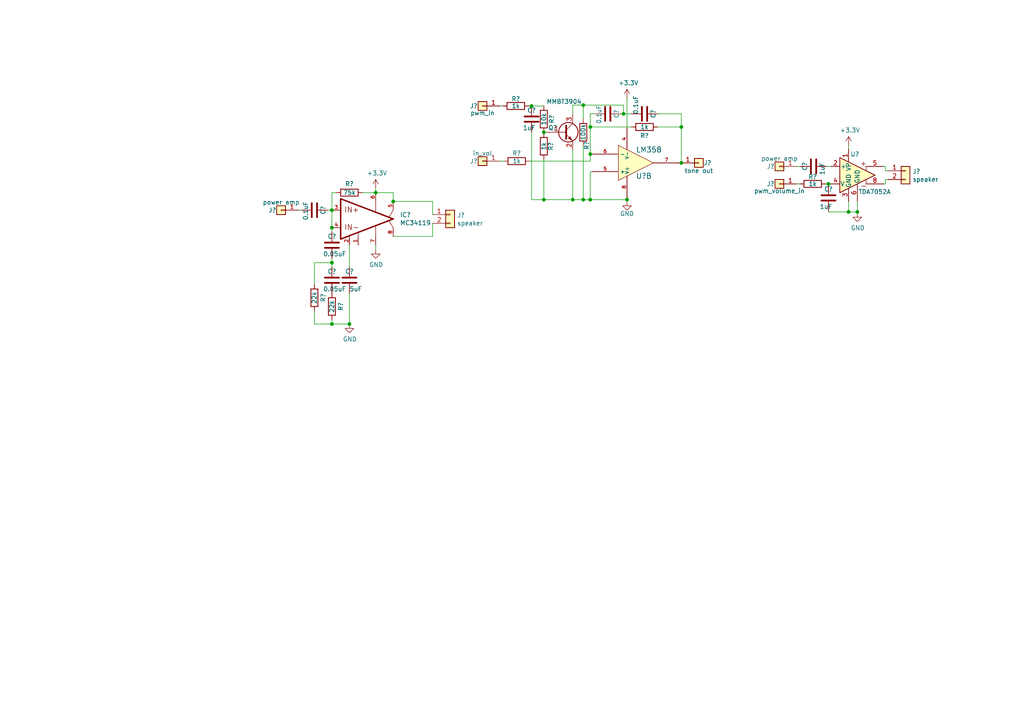
<source format=kicad_sch>
(kicad_sch (version 20211123) (generator eeschema)
  (paper "A4")
  (lib_symbols
    (symbol "Amplifier_Audio:TDA7052A" (pin_names (offset 0.127))
      (property "Reference" "U" (at 5.08 7.62 0))
      (property "Value" "TDA7052A" (at 5.08 5.08 0))
      (symbol "TDA7052A_0_1"
        (polyline (pts (xy 1.27 -3.175) (xy 2.54 -3.175)))
        (polyline (pts (xy 2.54 -1.27) (xy 2.54 -2.54)))
        (polyline (pts (xy 2.54 2.54) (xy 2.54 1.27)))
        (polyline (pts (xy 5.08 0) (xy -5.08 5.08) (xy -5.08 -5.08) (xy 5.08 0)) (stroke (width 0.254)) (fill (type background)))
      )
      (symbol "TDA7052A_1_1"
        (polyline (pts (xy 1.778 3.81) (xy 1.778 2.794)))
        (polyline (pts (xy 2.286 3.302) (xy 1.27 3.302)))
        (pin power_in line (at -2.54 7.62 270) (length 3.81) (name "VP") (number "1"))
        (pin input line (at -7.62 2.54 0) (length 2.54) (name "+") (number "2"))
        (pin power_in line (at -2.54 -7.62 90) (length 3.81) (name "GND") (number "3"))
        (pin input line (at -7.62 -2.54 0) (length 2.54) (name "V") (number "4"))
        (pin output line (at 7.62 2.54 180) (length 5.08) (name "~") (number "5"))
        (pin power_in line (at 0 -7.62 90) (length 5.08) (name "GND") (number "6"))
        (pin no_connect line (at 0 2.54 270) (length 2.54) hide (name "NC") (number "7"))
        (pin output line (at 7.62 -2.54 180) (length 5.08) (name "~") (number "8"))
      )
    )
    (symbol "Connector_Generic:Conn_01x01" (pin_names (offset 1.016) hide)
      (property "Reference" "J" (at 0 2.54 0))
      (property "Value" "Conn_01x01" (at 0 -2.54 0))
      (symbol "Conn_01x01_1_1"
        (rectangle (start -1.27 0.127) (end 0 -0.127) (stroke (width 0.1524)))
        (rectangle (start -1.27 1.27) (end 1.27 -1.27) (stroke (width 0.254)) (fill (type background)))
        (pin passive line (at -5.08 0 0) (length 3.81) (name "Pin_1") (number "1"))
      )
    )
    (symbol "Connector_Generic:Conn_01x02" (pin_names (offset 1.016) hide)
      (property "Reference" "J" (at 0 2.54 0))
      (property "Value" "Conn_01x02" (at 0 -5.08 0))
      (symbol "Conn_01x02_1_1"
        (rectangle (start -1.27 -2.413) (end 0 -2.667) (stroke (width 0.1524)))
        (rectangle (start -1.27 0.127) (end 0 -0.127) (stroke (width 0.1524)))
        (rectangle (start -1.27 1.27) (end 1.27 -3.81) (stroke (width 0.254)) (fill (type background)))
        (pin passive line (at -5.08 0 0) (length 3.81) (name "Pin_1") (number "1"))
        (pin passive line (at -5.08 -2.54 0) (length 3.81) (name "Pin_2") (number "2"))
      )
    )
    (symbol "Device:C" (pin_numbers hide) (pin_names (offset 0.254))
      (property "Reference" "C" (at 0.635 2.54 0))
      (property "Value" "C" (at 0.635 -2.54 0))
      (symbol "C_0_1"
        (polyline (pts (xy -2.032 -0.762) (xy 2.032 -0.762)) (stroke (width 0.508)))
        (polyline (pts (xy -2.032 0.762) (xy 2.032 0.762)) (stroke (width 0.508)))
      )
      (symbol "C_1_1"
        (pin passive line (at 0 3.81 270) (length 2.794) (name "~") (number "1"))
        (pin passive line (at 0 -3.81 90) (length 2.794) (name "~") (number "2"))
      )
    )
    (symbol "Device:R" (pin_numbers hide) (pin_names (offset 0))
      (property "Reference" "R" (at 2.032 0 90))
      (property "Value" "R" (at 0 0 90))
      (symbol "R_0_1"
        (rectangle (start -1.016 -2.54) (end 1.016 2.54) (stroke (width 0.254)))
      )
      (symbol "R_1_1"
        (pin passive line (at 0 3.81 270) (length 1.27) (name "~") (number "1"))
        (pin passive line (at 0 -3.81 90) (length 1.27) (name "~") (number "2"))
      )
    )
    (symbol "Transistor_BJT:MMBT3904" (pin_names (offset 0) hide)
      (property "Reference" "Q" (at 5.08 1.905 0))
      (property "Value" "MMBT3904" (at 5.08 0 0))
      (symbol "MMBT3904_0_1"
        (polyline (pts (xy 0.635 0.635) (xy 2.54 2.54)))
        (polyline (pts (xy 0.635 -0.635) (xy 2.54 -2.54) (xy 2.54 -2.54)))
        (polyline (pts (xy 0.635 1.905) (xy 0.635 -1.905) (xy 0.635 -1.905)) (stroke (width 0.508)))
        (polyline (pts (xy 1.27 -1.778) (xy 1.778 -1.27) (xy 2.286 -2.286) (xy 1.27 -1.778) (xy 1.27 -1.778)) (fill (type outline)))
        (circle (center 1.27 0) (radius 2.8194) (stroke (width 0.254)))
      )
      (symbol "MMBT3904_1_1"
        (pin input line (at -5.08 0 0) (length 5.715) (name "B") (number "1"))
        (pin passive line (at 2.54 -5.08 90) (length 2.54) (name "E") (number "2"))
        (pin passive line (at 2.54 5.08 270) (length 2.54) (name "C") (number "3"))
      )
    )
    (symbol "power:+3.3V" (power) (pin_names (offset 0))
      (property "Value" "+3.3V" (at 0 3.556 0))
      (symbol "+3.3V_0_1"
        (polyline (pts (xy -0.762 1.27) (xy 0 2.54)))
        (polyline (pts (xy 0 0) (xy 0 2.54)))
        (polyline (pts (xy 0 2.54) (xy 0.762 1.27)))
      )
      (symbol "+3.3V_1_1"
        (pin power_in line (at 0 0 90) (length 0) hide (name "+3.3V") (number "1"))
      )
    )
    (symbol "power:GND" (power) (pin_names (offset 0))
      (property "Value" "GND" (at 0 -3.81 0))
      (symbol "GND_0_1"
        (polyline (pts (xy 0 0) (xy 0 -1.27) (xy 1.27 -1.27) (xy 0 -2.54) (xy -1.27 -1.27) (xy 0 -1.27)))
      )
      (symbol "GND_1_1"
        (pin power_in line (at 0 0 270) (length 0) hide (name "GND") (number "1"))
      )
    )
    (symbol "tda:LM358"
      (property "Reference" "U" (at -1.27 5.08 0))
      (property "Value" "LM358" (at -1.27 -6.35 0))
      (symbol "LM358_0_1"
        (polyline (pts (xy -5.08 5.08) (xy 5.08 0) (xy -5.08 -5.08) (xy -5.08 5.08)) (stroke (width 0.1524)) (fill (type background)))
        (pin power_in line (at -2.54 -10.16 90) (length 6.35) (name "V-") (number "4"))
        (pin power_in line (at -2.54 10.16 270) (length 6.35) (name "V+") (number "8"))
      )
      (symbol "LM358_1_1"
        (pin output line (at 12.7 0 180) (length 7.62) (name "~") (number "1"))
        (pin input line (at -12.7 -2.54 0) (length 7.62) (name "-") (number "2"))
        (pin input line (at -12.7 2.54 0) (length 7.62) (name "+") (number "3"))
      )
      (symbol "LM358_2_1"
        (pin input line (at -12.7 2.54 0) (length 7.62) (name "+") (number "5"))
        (pin input line (at -12.7 -2.54 0) (length 7.62) (name "-") (number "6"))
        (pin output line (at 12.7 0 180) (length 7.62) (name "~") (number "7"))
      )
    )
    (symbol "tda:MC34119" (pin_names (offset 1.016) hide)
      (property "Reference" "U" (at -3.302 -0.889 0))
      (property "Value" "MC34119" (at -7.62 7.62 0))
      (symbol "MC34119_0_0"
        (polyline (pts (xy -7.62 -5.842) (xy 7.62 0)) (stroke (width 0.4064)))
        (polyline (pts (xy -7.62 5.842) (xy -7.62 -5.842)) (stroke (width 0.4064)))
        (polyline (pts (xy -7.62 5.842) (xy 7.62 0)) (stroke (width 0.4064)))
        (polyline (pts (xy -2.54 -3.8862) (xy -2.54 -5.08)) (stroke (width 0.1524)))
        (polyline (pts (xy 2.54 -1.8542) (xy 2.54 -5.08)) (stroke (width 0.1524)))
        (polyline (pts (xy 2.54 5.08) (xy 2.54 1.778)) (stroke (width 0.1524)))
        (polyline (pts (xy 7.62 -2.54) (xy 6.35 -0.5588)) (stroke (width 0.1524)))
        (polyline (pts (xy 7.62 2.54) (xy 6.35 0.4572)) (stroke (width 0.1524)))
        (text "IN+" (at -6.604 1.778 0) (effects (font (size 1.524 1.524)) (justify left bottom)))
        (pin input line (at -2.54 -7.62 90) (length 2.54) (name "~") (number "1"))
        (pin passive line (at -5.08 -7.62 90) (length 2.54) (name "~") (number "2"))
        (pin input line (at -10.16 2.54 0) (length 2.54) (name "~") (number "3"))
        (pin input line (at -10.16 -2.54 0) (length 2.54) (name "~") (number "4"))
        (pin output line (at 7.62 5.08 270) (length 2.54) (name "~") (number "5"))
        (pin power_in line (at 2.54 7.62 270) (length 2.54) (name "~") (number "6"))
        (pin power_in line (at 2.54 -7.62 90) (length 2.54) (name "~") (number "7"))
        (pin output line (at 7.62 -5.08 90) (length 2.54) (name "~") (number "8"))
      )
      (symbol "MC34119_1_1"
        (text "IN-" (at -6.604 -3.302 0) (effects (font (size 1.524 1.524)) (justify left bottom)))
      )
    )
  )
  (junction (at 157.734 57.912))
  (junction (at 96.266 66.04))
  (junction (at 169.164 30.48))
  (junction (at 171.196 36.83))
  (junction (at 248.666 61.468))
  (junction (at 96.266 60.96))
  (junction (at 114.046 58.42))
  (junction (at 169.164 57.912))
  (junction (at 96.266 93.98))
  (junction (at 166.116 57.912))
  (junction (at 157.734 38.354))
  (junction (at 197.612 36.83))
  (junction (at 171.196 44.704))
  (junction (at 171.196 57.912))
  (junction (at 240.284 53.34))
  (junction (at 180.848 33.02))
  (junction (at 101.346 93.98))
  (junction (at 96.266 76.2))
  (junction (at 108.966 55.88))
  (junction (at 154.178 30.734))
  (junction (at 181.864 57.912))
  (junction (at 246.126 61.468))
  (junction (at 197.612 47.244))
  (wire (pts (xy 166.116 33.274) (xy 166.116 30.48)))
  (wire (pts (xy 256.794 52.07) (xy 257.556 52.07)))
  (wire (pts (xy 169.164 30.48) (xy 169.164 34.544)))
  (wire (pts (xy 171.196 46.736) (xy 171.196 44.704)))
  (wire (pts (xy 171.196 57.912) (xy 181.864 57.912)))
  (wire (pts (xy 96.266 92.71) (xy 96.266 93.98)))
  (wire (pts (xy 246.126 58.42) (xy 246.126 61.468)))
  (wire (pts (xy 96.266 60.96) (xy 96.266 66.04)))
  (wire (pts (xy 169.164 42.164) (xy 169.164 57.912)))
  (wire (pts (xy 96.266 67.31) (xy 96.266 66.04)))
  (wire (pts (xy 181.864 57.404) (xy 181.864 57.912)))
  (wire (pts (xy 256.794 48.26) (xy 256.794 49.53)))
  (wire (pts (xy 125.476 58.42) (xy 125.476 62.23)))
  (wire (pts (xy 101.346 77.47) (xy 101.346 71.12)))
  (wire (pts (xy 169.164 57.912) (xy 171.196 57.912)))
  (wire (pts (xy 256.286 48.26) (xy 256.794 48.26)))
  (wire (pts (xy 190.754 33.02) (xy 197.612 33.02)))
  (wire (pts (xy 256.286 53.34) (xy 256.794 53.34)))
  (wire (pts (xy 181.864 57.912) (xy 181.864 58.42)))
  (wire (pts (xy 239.776 48.26) (xy 241.046 48.26)))
  (wire (pts (xy 125.476 68.58) (xy 114.046 68.58)))
  (wire (pts (xy 96.266 77.47) (xy 96.266 76.2)))
  (wire (pts (xy 171.196 44.704) (xy 171.704 44.704)))
  (wire (pts (xy 256.794 53.34) (xy 256.794 52.07)))
  (wire (pts (xy 171.196 49.784) (xy 171.196 57.912)))
  (wire (pts (xy 171.196 33.02) (xy 172.466 33.02)))
  (wire (pts (xy 105.156 55.88) (xy 108.966 55.88)))
  (wire (pts (xy 171.704 49.784) (xy 171.196 49.784)))
  (wire (pts (xy 171.196 44.704) (xy 171.196 36.83)))
  (wire (pts (xy 190.754 36.83) (xy 197.612 36.83)))
  (wire (pts (xy 145.034 30.734) (xy 145.796 30.734)))
  (wire (pts (xy 169.164 30.48) (xy 180.848 30.48)))
  (wire (pts (xy 180.848 30.48) (xy 180.848 33.02)))
  (wire (pts (xy 153.67 46.736) (xy 171.196 46.736)))
  (wire (pts (xy 101.346 85.09) (xy 101.346 93.98)))
  (wire (pts (xy 108.966 71.12) (xy 108.966 72.39)))
  (wire (pts (xy 157.734 38.354) (xy 158.496 38.354)))
  (wire (pts (xy 157.734 57.912) (xy 166.116 57.912)))
  (wire (pts (xy 246.126 42.164) (xy 246.126 43.18)))
  (wire (pts (xy 154.178 30.734) (xy 157.734 30.734)))
  (wire (pts (xy 108.966 55.88) (xy 114.046 55.88)))
  (wire (pts (xy 171.196 36.83) (xy 171.196 33.02)))
  (wire (pts (xy 239.522 53.34) (xy 240.284 53.34)))
  (wire (pts (xy 157.734 46.228) (xy 157.734 57.912)))
  (wire (pts (xy 180.848 33.02) (xy 183.134 33.02)))
  (wire (pts (xy 231.14 48.26) (xy 232.156 48.26)))
  (wire (pts (xy 153.416 30.734) (xy 154.178 30.734)))
  (wire (pts (xy 96.266 55.88) (xy 96.266 60.96)))
  (wire (pts (xy 240.284 53.34) (xy 241.046 53.34)))
  (wire (pts (xy 248.666 61.468) (xy 248.666 61.722)))
  (wire (pts (xy 166.116 43.434) (xy 166.116 57.912)))
  (wire (pts (xy 240.284 61.214) (xy 240.284 61.468)))
  (wire (pts (xy 86.614 60.96) (xy 87.376 60.96)))
  (wire (pts (xy 96.266 76.2) (xy 96.266 74.93)))
  (wire (pts (xy 181.864 28.448) (xy 181.864 37.084)))
  (wire (pts (xy 114.046 58.42) (xy 125.476 58.42)))
  (wire (pts (xy 240.284 61.468) (xy 246.126 61.468)))
  (wire (pts (xy 256.794 49.53) (xy 257.556 49.53)))
  (wire (pts (xy 108.966 55.88) (xy 108.966 54.61)))
  (wire (pts (xy 91.186 82.55) (xy 91.186 76.2)))
  (wire (pts (xy 157.734 38.354) (xy 157.734 38.608)))
  (wire (pts (xy 145.034 46.736) (xy 146.05 46.736)))
  (wire (pts (xy 94.996 60.96) (xy 96.266 60.96)))
  (wire (pts (xy 96.266 93.98) (xy 101.346 93.98)))
  (wire (pts (xy 180.086 33.02) (xy 180.848 33.02)))
  (wire (pts (xy 248.666 58.42) (xy 248.666 61.468)))
  (wire (pts (xy 166.116 30.48) (xy 169.164 30.48)))
  (wire (pts (xy 91.186 93.98) (xy 96.266 93.98)))
  (wire (pts (xy 197.612 36.83) (xy 197.612 47.244)))
  (wire (pts (xy 171.196 36.83) (xy 183.134 36.83)))
  (wire (pts (xy 240.284 53.34) (xy 240.284 53.594)))
  (wire (pts (xy 96.266 55.88) (xy 97.536 55.88)))
  (wire (pts (xy 154.178 38.354) (xy 154.178 57.912)))
  (wire (pts (xy 166.116 57.912) (xy 169.164 57.912)))
  (wire (pts (xy 91.186 90.17) (xy 91.186 93.98)))
  (wire (pts (xy 125.476 64.77) (xy 125.476 68.58)))
  (wire (pts (xy 197.612 33.02) (xy 197.612 36.83)))
  (wire (pts (xy 246.126 61.468) (xy 248.666 61.468)))
  (wire (pts (xy 114.046 55.88) (xy 114.046 58.42)))
  (wire (pts (xy 91.186 76.2) (xy 96.266 76.2)))
  (wire (pts (xy 197.612 47.244) (xy 197.104 47.244)))
  (wire (pts (xy 231.14 53.34) (xy 231.902 53.34)))
  (wire (pts (xy 154.178 57.912) (xy 157.734 57.912)))
  (symbol (lib_id "Connector_Generic:Conn_01x01") (at 139.954 46.736 180) (unit 1)
    (property "Reference" "J?" (at 137.414 46.736 0))
    (property "Value" "in_vol" (at 139.954 44.45 0))
    (property "Footprint" "Connector_Wire:SolderWirePad_1x01_SMD_5x10mm" (effects hide))
  )
  (symbol (lib_id "Device:C") (at 96.266 71.12 180) (unit 1)
    (property "Reference" "C?" (at 94.996 68.58 0) (effects (justify right)))
    (property "Value" "0.05uF" (at 93.726 73.66 0) (effects (justify right)))
  )
  (symbol (lib_id "Amplifier_Audio:TDA7052A") (at 248.666 50.8 0) (unit 1)
    (property "Reference" "U?" (at 246.634 44.704 0) (effects (justify left)))
    (property "Value" "TDA7052A" (at 248.92 55.626 0) (effects (justify left)))
    (property "Datasheet" "http://www.nxp.com/docs/en/data-sheet/TDA7052A_AT.pdf" (effects hide))
  )
  (symbol (lib_id "Device:R") (at 149.86 46.736 90) (unit 1)
    (property "Reference" "R?" (at 149.86 44.45 90))
    (property "Value" "1k" (at 149.86 46.736 90))
  )
  (symbol (lib_id "Device:R") (at 157.734 34.544 0) (unit 1)
    (property "Reference" "R?" (at 160.02 34.544 90))
    (property "Value" "10k" (at 157.734 34.544 90))
  )
  (symbol (lib_id "Connector_Generic:Conn_01x01") (at 202.692 47.244 0) (unit 1)
    (property "Reference" "J?" (at 205.232 47.244 0))
    (property "Value" "tone out" (at 202.692 49.53 0))
    (property "Footprint" "Connector_Wire:SolderWirePad_1x01_SMD_5x10mm" (effects hide))
  )
  (symbol (lib_id "power:GND") (at 101.346 93.98 0) (unit 1)
    (property "Reference" "#PWR?" (effects hide))
    (property "Value" "GND" (at 101.473 98.3742 0))
  )
  (symbol (lib_id "Device:R") (at 186.944 36.83 270) (unit 1)
    (property "Reference" "R?" (at 186.944 39.37 90))
    (property "Value" "1k" (at 186.944 36.83 90))
    (property "Footprint" "Resistor_SMD:R_0805_2012Metric" (effects hide))
  )
  (symbol (lib_id "Connector_Generic:Conn_01x01") (at 81.534 60.96 180) (unit 1)
    (property "Reference" "J?" (at 78.994 60.96 0))
    (property "Value" "power amp" (at 81.534 58.674 0))
    (property "Footprint" "Connector_Wire:SolderWirePad_1x01_SMD_5x10mm" (effects hide))
  )
  (symbol (lib_id "power:GND") (at 248.666 61.722 0) (unit 1)
    (property "Reference" "#PWR?" (effects hide))
    (property "Value" "GND" (at 248.793 66.1162 0))
  )
  (symbol (lib_id "Connector_Generic:Conn_01x01") (at 226.06 48.26 180) (unit 1)
    (property "Reference" "J?" (at 223.52 48.26 0))
    (property "Value" "power amp" (at 226.06 45.974 0))
    (property "Footprint" "Connector_Wire:SolderWirePad_1x01_SMD_5x10mm" (effects hide))
  )
  (symbol (lib_id "tda:MC34119") (at 106.426 63.5 0) (unit 1)
    (property "Reference" "IC?" (at 116.0018 62.3316 0) (effects (justify left)))
    (property "Value" "MC34119" (at 116.0018 64.643 0) (effects (justify left)))
  )
  (symbol (lib_id "Device:C") (at 186.944 33.02 90) (unit 1)
    (property "Reference" "C?" (at 189.484 31.75 0) (effects (justify right)))
    (property "Value" "0.1uF" (at 184.404 27.686 0) (effects (justify right)))
  )
  (symbol (lib_id "Device:R") (at 149.606 30.734 90) (unit 1)
    (property "Reference" "R?" (at 149.606 28.702 90))
    (property "Value" "1k" (at 149.606 30.734 90))
  )
  (symbol (lib_id "Connector_Generic:Conn_01x02") (at 262.636 49.53 0) (unit 1)
    (property "Reference" "J?" (at 264.668 49.7332 0) (effects (justify left)))
    (property "Value" "speaker" (at 264.668 52.0446 0) (effects (justify left)))
  )
  (symbol (lib_id "Connector_Generic:Conn_01x01") (at 139.954 30.734 180) (unit 1)
    (property "Reference" "J?" (at 137.414 30.734 0))
    (property "Value" "pwm_in" (at 139.954 32.766 0))
    (property "Footprint" "Connector_Wire:SolderWirePad_1x01_SMD_5x10mm" (effects hide))
  )
  (symbol (lib_id "Device:R") (at 96.266 88.9 0) (unit 1)
    (property "Reference" "R?" (at 98.806 88.9 90))
    (property "Value" "22k" (at 96.266 88.9 90))
  )
  (symbol (lib_id "Device:R") (at 235.712 53.34 90) (unit 1)
    (property "Reference" "R?" (at 235.712 51.308 90))
    (property "Value" "1k" (at 235.712 53.34 90))
  )
  (symbol (lib_id "power:GND") (at 181.864 58.42 0) (unit 1)
    (property "Reference" "#PWR?" (effects hide))
    (property "Value" "GND" (at 181.864 61.976 0))
  )
  (symbol (lib_id "Device:C") (at 176.276 33.02 90) (unit 1)
    (property "Reference" "C?" (at 178.816 31.75 0) (effects (justify right)))
    (property "Value" "0.1uF" (at 173.736 30.48 0) (effects (justify right)))
  )
  (symbol (lib_id "Device:R") (at 157.734 42.418 180) (unit 1)
    (property "Reference" "R?" (at 159.766 42.418 90))
    (property "Value" "1k" (at 157.734 42.418 90))
  )
  (symbol (lib_id "power:+3.3V") (at 108.966 54.61 0) (unit 1)
    (property "Reference" "#PWR?" (effects hide))
    (property "Value" "+3.3V" (at 109.347 50.2158 0))
  )
  (symbol (lib_id "Connector_Generic:Conn_01x01") (at 226.06 53.34 180) (unit 1)
    (property "Reference" "J?" (at 223.52 53.34 0))
    (property "Value" "pwm_volume_in" (at 226.06 55.372 0))
    (property "Footprint" "Connector_Wire:SolderWirePad_1x01_SMD_5x10mm" (effects hide))
  )
  (symbol (lib_id "Device:R") (at 91.186 86.36 0) (unit 1)
    (property "Reference" "R?" (at 93.726 86.36 90))
    (property "Value" "22k" (at 91.186 86.36 90))
  )
  (symbol (lib_id "Device:C") (at 91.186 60.96 90) (unit 1)
    (property "Reference" "C?" (at 93.726 59.69 0) (effects (justify right)))
    (property "Value" "0.1uF" (at 88.646 58.42 0) (effects (justify right)))
  )
  (symbol (lib_id "Device:C") (at 154.178 34.544 180) (unit 1)
    (property "Reference" "C?" (at 152.908 32.004 0) (effects (justify right)))
    (property "Value" "1uF" (at 151.638 37.084 0) (effects (justify right)))
    (property "Footprint" "Capacitor_SMD:C_0603_1608Metric" (effects hide))
  )
  (symbol (lib_id "power:+3.3V") (at 181.864 28.448 0) (unit 1)
    (property "Reference" "#PWR?" (effects hide))
    (property "Value" "+3.3V" (at 182.245 24.0538 0))
  )
  (symbol (lib_id "power:GND") (at 108.966 72.39 0) (unit 1)
    (property "Reference" "#PWR?" (effects hide))
    (property "Value" "GND" (at 109.093 76.7842 0))
  )
  (symbol (lib_id "tda:LM358") (at 184.404 47.244 0) (mirror x) (unit 2)
    (property "Reference" "U?" (at 184.404 51.054 0) (effects (font (size 1.524 1.524)) (justify left)))
    (property "Value" "LM358" (at 184.404 43.434 0) (effects (font (size 1.524 1.524)) (justify left)))
    (property "Footprint" "Package_SO:SOP-8_3.9x4.9mm_P1.27mm" (effects hide))
  )
  (symbol (lib_id "Device:C") (at 96.266 81.28 180) (unit 1)
    (property "Reference" "C?" (at 94.996 78.74 0) (effects (justify right)))
    (property "Value" "0.05uF" (at 93.726 83.82 0) (effects (justify right)))
  )
  (symbol (lib_id "Transistor_BJT:MMBT3904") (at 163.576 38.354 0) (unit 1)
    (property "Reference" "Q?" (at 159.004 37.084 0) (effects (justify left)))
    (property "Value" "MMBT3904" (at 158.496 29.464 0) (effects (justify left)))
    (property "Footprint" "Package_TO_SOT_SMD:SOT-23" (effects hide))
    (property "Datasheet" "https://www.onsemi.com/pub/Collateral/2N3903-D.PDF" (effects hide))
  )
  (symbol (lib_id "Device:C") (at 235.966 48.26 270) (unit 1)
    (property "Reference" "C?" (at 233.426 49.53 0) (effects (justify right)))
    (property "Value" "1uF" (at 238.506 50.8 0) (effects (justify right)))
    (property "Footprint" "Capacitor_SMD:C_0603_1608Metric" (effects hide))
  )
  (symbol (lib_id "Device:R") (at 169.164 38.354 0) (unit 1)
    (property "Reference" "R?" (at 170.18 42.164 90))
    (property "Value" "100k" (at 169.164 38.354 90))
    (property "Footprint" "Resistor_SMD:R_0805_2012Metric" (effects hide))
  )
  (symbol (lib_id "Device:C") (at 240.284 57.404 180) (unit 1)
    (property "Reference" "C?" (at 239.014 54.864 0) (effects (justify right)))
    (property "Value" "1uF" (at 237.744 59.944 0) (effects (justify right)))
    (property "Footprint" "Capacitor_SMD:C_0603_1608Metric" (effects hide))
  )
  (symbol (lib_id "Device:C") (at 101.346 81.28 180) (unit 1)
    (property "Reference" "C?" (at 100.076 78.74 0) (effects (justify right)))
    (property "Value" "5uF" (at 101.346 83.82 0) (effects (justify right)))
  )
  (symbol (lib_id "power:+3.3V") (at 246.126 42.164 0) (unit 1)
    (property "Reference" "#PWR?" (effects hide))
    (property "Value" "+3.3V" (at 246.507 37.7698 0))
  )
  (symbol (lib_id "Connector_Generic:Conn_01x02") (at 130.556 62.23 0) (unit 1)
    (property "Reference" "J?" (at 132.588 62.4332 0) (effects (justify left)))
    (property "Value" "speaker" (at 132.588 64.7446 0) (effects (justify left)))
  )
  (symbol (lib_id "Device:R") (at 101.346 55.88 270) (unit 1)
    (property "Reference" "R?" (at 101.346 53.34 90))
    (property "Value" "75k" (at 101.346 55.88 90))
  )
)
</source>
